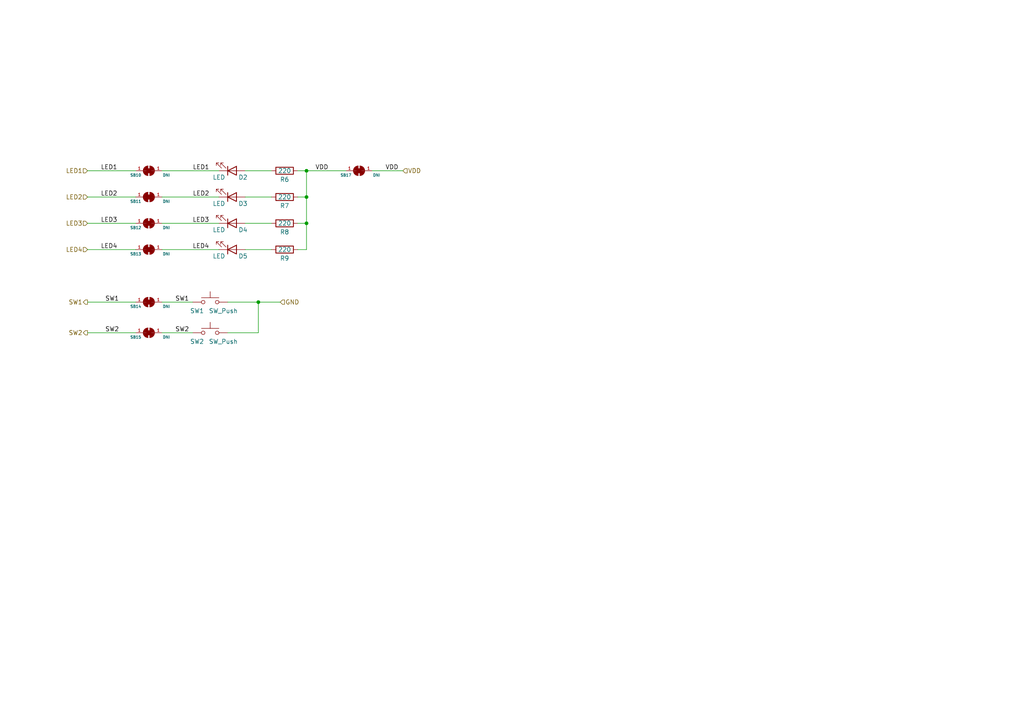
<source format=kicad_sch>
(kicad_sch (version 20211123) (generator eeschema)

  (uuid daf7b8ec-7e72-4849-9552-56793670878b)

  (paper "A4")

  (lib_symbols
    (symbol "Device:LED" (pin_numbers hide) (pin_names (offset 1.016) hide) (in_bom yes) (on_board yes)
      (property "Reference" "D" (id 0) (at 0 2.54 0)
        (effects (font (size 1.27 1.27)))
      )
      (property "Value" "LED" (id 1) (at 0 -2.54 0)
        (effects (font (size 1.27 1.27)))
      )
      (property "Footprint" "" (id 2) (at 0 0 0)
        (effects (font (size 1.27 1.27)) hide)
      )
      (property "Datasheet" "~" (id 3) (at 0 0 0)
        (effects (font (size 1.27 1.27)) hide)
      )
      (property "ki_keywords" "LED diode" (id 4) (at 0 0 0)
        (effects (font (size 1.27 1.27)) hide)
      )
      (property "ki_description" "Light emitting diode" (id 5) (at 0 0 0)
        (effects (font (size 1.27 1.27)) hide)
      )
      (property "ki_fp_filters" "LED* LED_SMD:* LED_THT:*" (id 6) (at 0 0 0)
        (effects (font (size 1.27 1.27)) hide)
      )
      (symbol "LED_0_1"
        (polyline
          (pts
            (xy -1.27 -1.27)
            (xy -1.27 1.27)
          )
          (stroke (width 0.254) (type default) (color 0 0 0 0))
          (fill (type none))
        )
        (polyline
          (pts
            (xy -1.27 0)
            (xy 1.27 0)
          )
          (stroke (width 0) (type default) (color 0 0 0 0))
          (fill (type none))
        )
        (polyline
          (pts
            (xy 1.27 -1.27)
            (xy 1.27 1.27)
            (xy -1.27 0)
            (xy 1.27 -1.27)
          )
          (stroke (width 0.254) (type default) (color 0 0 0 0))
          (fill (type none))
        )
        (polyline
          (pts
            (xy -3.048 -0.762)
            (xy -4.572 -2.286)
            (xy -3.81 -2.286)
            (xy -4.572 -2.286)
            (xy -4.572 -1.524)
          )
          (stroke (width 0) (type default) (color 0 0 0 0))
          (fill (type none))
        )
        (polyline
          (pts
            (xy -1.778 -0.762)
            (xy -3.302 -2.286)
            (xy -2.54 -2.286)
            (xy -3.302 -2.286)
            (xy -3.302 -1.524)
          )
          (stroke (width 0) (type default) (color 0 0 0 0))
          (fill (type none))
        )
      )
      (symbol "LED_1_1"
        (pin passive line (at -3.81 0 0) (length 2.54)
          (name "K" (effects (font (size 1.27 1.27))))
          (number "1" (effects (font (size 1.27 1.27))))
        )
        (pin passive line (at 3.81 0 180) (length 2.54)
          (name "A" (effects (font (size 1.27 1.27))))
          (number "2" (effects (font (size 1.27 1.27))))
        )
      )
    )
    (symbol "Device:R" (pin_numbers hide) (pin_names (offset 0)) (in_bom yes) (on_board yes)
      (property "Reference" "R" (id 0) (at 2.032 0 90)
        (effects (font (size 1.27 1.27)))
      )
      (property "Value" "R" (id 1) (at 0 0 90)
        (effects (font (size 1.27 1.27)))
      )
      (property "Footprint" "" (id 2) (at -1.778 0 90)
        (effects (font (size 1.27 1.27)) hide)
      )
      (property "Datasheet" "~" (id 3) (at 0 0 0)
        (effects (font (size 1.27 1.27)) hide)
      )
      (property "ki_keywords" "R res resistor" (id 4) (at 0 0 0)
        (effects (font (size 1.27 1.27)) hide)
      )
      (property "ki_description" "Resistor" (id 5) (at 0 0 0)
        (effects (font (size 1.27 1.27)) hide)
      )
      (property "ki_fp_filters" "R_*" (id 6) (at 0 0 0)
        (effects (font (size 1.27 1.27)) hide)
      )
      (symbol "R_0_1"
        (rectangle (start -1.016 -2.54) (end 1.016 2.54)
          (stroke (width 0.254) (type default) (color 0 0 0 0))
          (fill (type none))
        )
      )
      (symbol "R_1_1"
        (pin passive line (at 0 3.81 270) (length 1.27)
          (name "~" (effects (font (size 1.27 1.27))))
          (number "1" (effects (font (size 1.27 1.27))))
        )
        (pin passive line (at 0 -3.81 90) (length 1.27)
          (name "~" (effects (font (size 1.27 1.27))))
          (number "2" (effects (font (size 1.27 1.27))))
        )
      )
    )
    (symbol "MCU_Nordic_Custom:SB_SHORT" (in_bom yes) (on_board yes)
      (property "Reference" "SB" (id 0) (at 0 3.175 0)
        (effects (font (size 0.8 0.8)))
      )
      (property "Value" "SB_SHORT" (id 1) (at 0 -3.048 0)
        (effects (font (size 0.8 0.8)))
      )
      (property "Footprint" "" (id 2) (at -1.524 0 0)
        (effects (font (size 1.27 1.27)) hide)
      )
      (property "Datasheet" "" (id 3) (at -1.524 0 0)
        (effects (font (size 1.27 1.27)) hide)
      )
      (symbol "SB_SHORT_0_1"
        (arc (start -1.6566 0) (mid -1.2466 -0.987) (end -0.2596 -1.397)
          (stroke (width 0.1524) (type default) (color 0 0 0 0))
          (fill (type outline))
        )
        (rectangle (start -0.635 0.635) (end 0.635 -0.635)
          (stroke (width 0) (type default) (color 0 0 0 0))
          (fill (type outline))
        )
        (arc (start -0.2568 1.3998) (mid -1.2438 0.9898) (end -1.6538 0.0028)
          (stroke (width 0.1524) (type default) (color 0 0 0 0))
          (fill (type outline))
        )
        (polyline
          (pts
            (xy -0.2568 -1.3942)
            (xy -0.2568 1.3998)
          )
          (stroke (width 0.1524) (type default) (color 0 0 0 0))
          (fill (type none))
        )
        (polyline
          (pts
            (xy 0.254 -1.397)
            (xy 0.254 1.397)
          )
          (stroke (width 0.1524) (type default) (color 0 0 0 0))
          (fill (type none))
        )
        (arc (start 0.2568 -1.3998) (mid 1.2438 -0.9898) (end 1.6538 -0.0028)
          (stroke (width 0.1524) (type default) (color 0 0 0 0))
          (fill (type outline))
        )
        (arc (start 1.651 0) (mid 1.241 0.987) (end 0.254 1.397)
          (stroke (width 0.1524) (type default) (color 0 0 0 0))
          (fill (type outline))
        )
      )
      (symbol "SB_SHORT_1_0"
        (pin free line (at -3.81 0 0) (length 2.1)
          (name "" (effects (font (size 0.5 0.5))))
          (number "1" (effects (font (size 0.8 0.8))))
        )
        (pin free line (at 3.81 0 180) (length 2.1)
          (name "" (effects (font (size 0.5 0.5))))
          (number "1" (effects (font (size 0.8 0.8))))
        )
      )
    )
    (symbol "Switch:SW_Push" (pin_numbers hide) (pin_names (offset 1.016) hide) (in_bom yes) (on_board yes)
      (property "Reference" "SW" (id 0) (at 1.27 2.54 0)
        (effects (font (size 1.27 1.27)) (justify left))
      )
      (property "Value" "SW_Push" (id 1) (at 0 -1.524 0)
        (effects (font (size 1.27 1.27)))
      )
      (property "Footprint" "" (id 2) (at 0 5.08 0)
        (effects (font (size 1.27 1.27)) hide)
      )
      (property "Datasheet" "~" (id 3) (at 0 5.08 0)
        (effects (font (size 1.27 1.27)) hide)
      )
      (property "ki_keywords" "switch normally-open pushbutton push-button" (id 4) (at 0 0 0)
        (effects (font (size 1.27 1.27)) hide)
      )
      (property "ki_description" "Push button switch, generic, two pins" (id 5) (at 0 0 0)
        (effects (font (size 1.27 1.27)) hide)
      )
      (symbol "SW_Push_0_1"
        (circle (center -2.032 0) (radius 0.508)
          (stroke (width 0) (type default) (color 0 0 0 0))
          (fill (type none))
        )
        (polyline
          (pts
            (xy 0 1.27)
            (xy 0 3.048)
          )
          (stroke (width 0) (type default) (color 0 0 0 0))
          (fill (type none))
        )
        (polyline
          (pts
            (xy 2.54 1.27)
            (xy -2.54 1.27)
          )
          (stroke (width 0) (type default) (color 0 0 0 0))
          (fill (type none))
        )
        (circle (center 2.032 0) (radius 0.508)
          (stroke (width 0) (type default) (color 0 0 0 0))
          (fill (type none))
        )
        (pin passive line (at -5.08 0 0) (length 2.54)
          (name "1" (effects (font (size 1.27 1.27))))
          (number "1" (effects (font (size 1.27 1.27))))
        )
        (pin passive line (at 5.08 0 180) (length 2.54)
          (name "2" (effects (font (size 1.27 1.27))))
          (number "2" (effects (font (size 1.27 1.27))))
        )
      )
    )
  )

  (junction (at 88.9 57.15) (diameter 0) (color 0 0 0 0)
    (uuid 1bc5347d-85c6-40b2-9ee7-6b9e92b99737)
  )
  (junction (at 74.93 87.63) (diameter 0) (color 0 0 0 0)
    (uuid 6256937b-dc5b-4d2b-a648-4582d43e8cc8)
  )
  (junction (at 88.9 49.53) (diameter 0) (color 0 0 0 0)
    (uuid 69df15d6-0103-4ca0-8aa3-fb832426d0db)
  )
  (junction (at 88.9 64.77) (diameter 0) (color 0 0 0 0)
    (uuid a62c5a04-d6a1-4fec-ac19-d1ce76152c5e)
  )

  (wire (pts (xy 46.99 72.39) (xy 63.5 72.39))
    (stroke (width 0) (type default) (color 0 0 0 0))
    (uuid 01bbbe3f-0977-43ec-a50a-6b55c8c353ab)
  )
  (wire (pts (xy 86.36 64.77) (xy 88.9 64.77))
    (stroke (width 0) (type default) (color 0 0 0 0))
    (uuid 03ec4134-fe08-4f2c-8d86-93aff11c1365)
  )
  (wire (pts (xy 46.99 96.52) (xy 55.88 96.52))
    (stroke (width 0) (type default) (color 0 0 0 0))
    (uuid 0460b59e-cd2e-4a82-a1fb-8e9d0c5ea724)
  )
  (wire (pts (xy 25.4 57.15) (xy 39.37 57.15))
    (stroke (width 0) (type default) (color 0 0 0 0))
    (uuid 18246134-e46a-484f-8302-ea5b926712ee)
  )
  (wire (pts (xy 88.9 72.39) (xy 86.36 72.39))
    (stroke (width 0) (type default) (color 0 0 0 0))
    (uuid 1e511fcf-5434-49a0-bc62-86011eff151f)
  )
  (wire (pts (xy 46.99 64.77) (xy 63.5 64.77))
    (stroke (width 0) (type default) (color 0 0 0 0))
    (uuid 20cc1652-cd0e-469a-9225-58a48e9b6b51)
  )
  (wire (pts (xy 71.12 57.15) (xy 78.74 57.15))
    (stroke (width 0) (type default) (color 0 0 0 0))
    (uuid 2b2aded0-c726-4743-b63b-2f9cfd8c9b8f)
  )
  (wire (pts (xy 71.12 72.39) (xy 78.74 72.39))
    (stroke (width 0) (type default) (color 0 0 0 0))
    (uuid 3a31321d-083a-41b2-80ec-93c8e693dca3)
  )
  (wire (pts (xy 25.4 87.63) (xy 39.37 87.63))
    (stroke (width 0) (type default) (color 0 0 0 0))
    (uuid 411159c8-c02b-41ad-850e-dfa88f0c75bd)
  )
  (wire (pts (xy 88.9 57.15) (xy 88.9 64.77))
    (stroke (width 0) (type default) (color 0 0 0 0))
    (uuid 4ea983f2-77d8-41f5-9665-31581590864d)
  )
  (wire (pts (xy 86.36 49.53) (xy 88.9 49.53))
    (stroke (width 0) (type default) (color 0 0 0 0))
    (uuid 54a61c94-19df-4388-9e5e-43672d0e390e)
  )
  (wire (pts (xy 66.04 87.63) (xy 74.93 87.63))
    (stroke (width 0) (type default) (color 0 0 0 0))
    (uuid 63bdf715-0d79-4664-85ce-0980980d1c6a)
  )
  (wire (pts (xy 71.12 49.53) (xy 78.74 49.53))
    (stroke (width 0) (type default) (color 0 0 0 0))
    (uuid 66ff1d1a-ce4f-4173-b800-47c5619674af)
  )
  (wire (pts (xy 66.04 96.52) (xy 74.93 96.52))
    (stroke (width 0) (type default) (color 0 0 0 0))
    (uuid 6aa2b36c-c06c-4e6e-910b-f1d002c87bc0)
  )
  (wire (pts (xy 107.95 49.53) (xy 116.84 49.53))
    (stroke (width 0) (type default) (color 0 0 0 0))
    (uuid 89f865fa-c5e7-4021-ad85-a5abdf46a121)
  )
  (wire (pts (xy 88.9 49.53) (xy 100.33 49.53))
    (stroke (width 0) (type default) (color 0 0 0 0))
    (uuid 9fbe2f5f-c02f-42f5-8f82-9bfa881a6421)
  )
  (wire (pts (xy 74.93 87.63) (xy 74.93 96.52))
    (stroke (width 0) (type default) (color 0 0 0 0))
    (uuid a09f7949-288c-4362-8584-2e60584360b8)
  )
  (wire (pts (xy 88.9 64.77) (xy 88.9 72.39))
    (stroke (width 0) (type default) (color 0 0 0 0))
    (uuid a0eb4503-1249-4981-b55f-738932115d48)
  )
  (wire (pts (xy 88.9 49.53) (xy 88.9 57.15))
    (stroke (width 0) (type default) (color 0 0 0 0))
    (uuid aa5c152d-7ebd-465b-9383-45a1e780caf7)
  )
  (wire (pts (xy 46.99 49.53) (xy 63.5 49.53))
    (stroke (width 0) (type default) (color 0 0 0 0))
    (uuid ad73368f-624d-4e30-b7ab-e4add3ccd24c)
  )
  (wire (pts (xy 25.4 72.39) (xy 39.37 72.39))
    (stroke (width 0) (type default) (color 0 0 0 0))
    (uuid b71906ec-f9ed-43bb-9aee-01febf705241)
  )
  (wire (pts (xy 25.4 96.52) (xy 39.37 96.52))
    (stroke (width 0) (type default) (color 0 0 0 0))
    (uuid c45b65e9-062d-4bc9-89da-dd67133df4dd)
  )
  (wire (pts (xy 25.4 49.53) (xy 39.37 49.53))
    (stroke (width 0) (type default) (color 0 0 0 0))
    (uuid cb82aae0-d766-4273-bc62-6a0592c4be7b)
  )
  (wire (pts (xy 46.99 87.63) (xy 55.88 87.63))
    (stroke (width 0) (type default) (color 0 0 0 0))
    (uuid d199de30-864a-4279-80b5-26e96bc20ca7)
  )
  (wire (pts (xy 71.12 64.77) (xy 78.74 64.77))
    (stroke (width 0) (type default) (color 0 0 0 0))
    (uuid d356eef1-bf0b-4e55-b664-34ef71390f35)
  )
  (wire (pts (xy 74.93 87.63) (xy 81.28 87.63))
    (stroke (width 0) (type default) (color 0 0 0 0))
    (uuid e653707b-baf7-402a-8074-d9fa39907ab4)
  )
  (wire (pts (xy 46.99 57.15) (xy 63.5 57.15))
    (stroke (width 0) (type default) (color 0 0 0 0))
    (uuid ed2cefad-78ce-4236-b93c-e3d8d6fd4433)
  )
  (wire (pts (xy 86.36 57.15) (xy 88.9 57.15))
    (stroke (width 0) (type default) (color 0 0 0 0))
    (uuid efa4fa83-e154-4feb-8823-0144c4836d67)
  )
  (wire (pts (xy 25.4 64.77) (xy 39.37 64.77))
    (stroke (width 0) (type default) (color 0 0 0 0))
    (uuid f0c6d8ac-74e0-40b2-99bf-6e5e472c9c17)
  )

  (label "LED4" (at 55.837 72.39 0)
    (effects (font (size 1.27 1.27)) (justify left bottom))
    (uuid 23dedf51-03c8-4da5-aaa0-091efe8ae3e4)
  )
  (label "LED1" (at 29.21 49.53 0)
    (effects (font (size 1.27 1.27)) (justify left bottom))
    (uuid 2711edd4-b104-4bc6-8876-6544a2196b2e)
  )
  (label "VDD" (at 111.76 49.53 0)
    (effects (font (size 1.27 1.27)) (justify left bottom))
    (uuid 2f4e9766-f738-46e4-81bc-2c38e9c6dfed)
  )
  (label "LED3" (at 55.837 64.77 0)
    (effects (font (size 1.27 1.27)) (justify left bottom))
    (uuid 448ab746-567d-4326-acdd-2de26c5baf2a)
  )
  (label "SW2" (at 30.48 96.52 0)
    (effects (font (size 1.27 1.27)) (justify left bottom))
    (uuid 544998f4-9647-4908-86eb-d07a6db6730a)
  )
  (label "LED2" (at 29.21 57.15 0)
    (effects (font (size 1.27 1.27)) (justify left bottom))
    (uuid 54f9e3cd-c5a2-43d2-b7e6-9fbd1ea0b51b)
  )
  (label "SW1" (at 30.48 87.63 0)
    (effects (font (size 1.27 1.27)) (justify left bottom))
    (uuid 5e276aec-de45-4d56-932b-ffc92525fd3c)
  )
  (label "SW2" (at 50.8 96.52 0)
    (effects (font (size 1.27 1.27)) (justify left bottom))
    (uuid 6c68e5ab-22da-43cd-b9aa-c3493ab37b94)
  )
  (label "LED1" (at 55.88 49.53 0)
    (effects (font (size 1.27 1.27)) (justify left bottom))
    (uuid 81896f91-a20b-49d8-9254-bec4b5c51f71)
  )
  (label "LED4" (at 29.21 72.39 0)
    (effects (font (size 1.27 1.27)) (justify left bottom))
    (uuid 8d387444-f497-4a8e-9d16-3a38cc3cdf2d)
  )
  (label "LED2" (at 55.88 57.15 0)
    (effects (font (size 1.27 1.27)) (justify left bottom))
    (uuid b66e2d91-87b9-4877-aea9-2b6640b8f671)
  )
  (label "LED3" (at 29.21 64.77 0)
    (effects (font (size 1.27 1.27)) (justify left bottom))
    (uuid cce36eb3-607a-4aa7-90de-72265de726d3)
  )
  (label "VDD" (at 91.44 49.53 0)
    (effects (font (size 1.27 1.27)) (justify left bottom))
    (uuid d55cb3d6-9468-469d-8951-c443c0da12d6)
  )
  (label "SW1" (at 50.8 87.63 0)
    (effects (font (size 1.27 1.27)) (justify left bottom))
    (uuid ee0c3d1e-ded4-4d16-b916-edbf4573ba99)
  )

  (hierarchical_label "LED2" (shape input) (at 25.4 57.15 180)
    (effects (font (size 1.27 1.27)) (justify right))
    (uuid 1874f6dd-0c85-47ec-b3e5-3df73c3e8080)
  )
  (hierarchical_label "VDD" (shape input) (at 116.84 49.53 0)
    (effects (font (size 1.27 1.27)) (justify left))
    (uuid 571c3a47-3c09-48dd-9c77-da9b5d2eee38)
  )
  (hierarchical_label "SW2" (shape output) (at 25.4 96.52 180)
    (effects (font (size 1.27 1.27)) (justify right))
    (uuid 6de3d6d5-7afa-4b59-84b7-fd5cfdc42bcf)
  )
  (hierarchical_label "GND" (shape input) (at 81.28 87.63 0)
    (effects (font (size 1.27 1.27)) (justify left))
    (uuid 6de4473b-7cf1-4e0d-84ed-8c19e3cb5032)
  )
  (hierarchical_label "SW1" (shape output) (at 25.4 87.63 180)
    (effects (font (size 1.27 1.27)) (justify right))
    (uuid b336d7f9-30e1-4728-a926-545ffe68c9c9)
  )
  (hierarchical_label "LED4" (shape input) (at 25.4 72.39 180)
    (effects (font (size 1.27 1.27)) (justify right))
    (uuid b8028f3c-ac9e-431f-9ff0-66824b8cd594)
  )
  (hierarchical_label "LED1" (shape input) (at 25.4 49.53 180)
    (effects (font (size 1.27 1.27)) (justify right))
    (uuid b86efe7c-d42c-411d-86e4-d27e85a2364b)
  )
  (hierarchical_label "LED3" (shape input) (at 25.4 64.77 180)
    (effects (font (size 1.27 1.27)) (justify right))
    (uuid cfdcf2b1-8372-41c3-9a59-488d894eca82)
  )

  (symbol (lib_id "Switch:SW_Push") (at 60.96 96.52 0) (unit 1)
    (in_bom yes) (on_board yes)
    (uuid 008e37c3-cc96-456b-b182-96688a2f5715)
    (property "Reference" "SW2" (id 0) (at 57.15 99.06 0))
    (property "Value" "SW_Push" (id 1) (at 64.77 99.06 0))
    (property "Footprint" "Button_Switch_SMD:Panasonic_EVQPUK_EVQPUB" (id 2) (at 60.96 91.44 0)
      (effects (font (size 1.27 1.27)) hide)
    )
    (property "Datasheet" "~" (id 3) (at 60.96 91.44 0)
      (effects (font (size 1.27 1.27)) hide)
    )
    (pin "1" (uuid afe36491-b54c-4bcf-85fe-252d4090d028))
    (pin "2" (uuid 7fbc10e3-0453-4053-a3fe-69d2b0c2b66a))
  )

  (symbol (lib_id "MCU_Nordic_Custom:SB_SHORT") (at 104.14 49.53 0) (unit 1)
    (in_bom yes) (on_board yes)
    (uuid 2aedab97-6e60-4512-bc20-17f7b6b721a4)
    (property "Reference" "SB17" (id 0) (at 100.33 50.8 0)
      (effects (font (size 0.8 0.8)))
    )
    (property "Value" "DNI" (id 1) (at 109.22 50.8 0)
      (effects (font (size 0.8 0.8)))
    )
    (property "Footprint" "MCU_Nordic_Accessory:SB_PAD_SHORT" (id 2) (at 102.616 49.53 0)
      (effects (font (size 1.27 1.27)) hide)
    )
    (property "Datasheet" "" (id 3) (at 102.616 49.53 0)
      (effects (font (size 1.27 1.27)) hide)
    )
    (pin "1" (uuid f9965644-4ee6-4f4d-bb57-36a67029f581))
    (pin "1" (uuid f9965644-4ee6-4f4d-bb57-36a67029f581))
  )

  (symbol (lib_id "MCU_Nordic_Custom:SB_SHORT") (at 43.18 57.15 0) (unit 1)
    (in_bom yes) (on_board yes)
    (uuid 2dd192b9-92f9-4dcf-8d80-d087777cd022)
    (property "Reference" "SB11" (id 0) (at 39.37 58.42 0)
      (effects (font (size 0.8 0.8)))
    )
    (property "Value" "DNI" (id 1) (at 48.26 58.42 0)
      (effects (font (size 0.8 0.8)))
    )
    (property "Footprint" "MCU_Nordic_Accessory:SB_PAD_SHORT" (id 2) (at 41.656 57.15 0)
      (effects (font (size 1.27 1.27)) hide)
    )
    (property "Datasheet" "" (id 3) (at 41.656 57.15 0)
      (effects (font (size 1.27 1.27)) hide)
    )
    (pin "1" (uuid a45b894f-bbce-42b8-b9eb-7de40fd81e0c))
    (pin "1" (uuid a45b894f-bbce-42b8-b9eb-7de40fd81e0c))
  )

  (symbol (lib_id "MCU_Nordic_Custom:SB_SHORT") (at 43.18 49.53 0) (unit 1)
    (in_bom yes) (on_board yes)
    (uuid 4e53eb75-3341-49bc-84f3-7a43c4c4d024)
    (property "Reference" "SB10" (id 0) (at 39.37 50.8 0)
      (effects (font (size 0.8 0.8)))
    )
    (property "Value" "DNI" (id 1) (at 48.26 50.8 0)
      (effects (font (size 0.8 0.8)))
    )
    (property "Footprint" "MCU_Nordic_Accessory:SB_PAD_SHORT" (id 2) (at 41.656 49.53 0)
      (effects (font (size 1.27 1.27)) hide)
    )
    (property "Datasheet" "" (id 3) (at 41.656 49.53 0)
      (effects (font (size 1.27 1.27)) hide)
    )
    (pin "1" (uuid 9f950ce3-9757-4207-aef1-57fc0f6d43a3))
    (pin "1" (uuid 9f950ce3-9757-4207-aef1-57fc0f6d43a3))
  )

  (symbol (lib_id "Device:R") (at 82.55 64.77 90) (unit 1)
    (in_bom yes) (on_board yes)
    (uuid 7a28d260-15d1-44f1-97c4-409d795b529a)
    (property "Reference" "R8" (id 0) (at 82.55 67.31 90))
    (property "Value" "220" (id 1) (at 82.55 64.77 90))
    (property "Footprint" "MCU_Nordic_Accessory:R_0402" (id 2) (at 82.55 66.548 90)
      (effects (font (size 1.27 1.27)) hide)
    )
    (property "Datasheet" "~" (id 3) (at 82.55 64.77 0)
      (effects (font (size 1.27 1.27)) hide)
    )
    (pin "1" (uuid e51bef85-21bb-47ec-946a-05225f08bb25))
    (pin "2" (uuid 688e611c-8ea1-4862-a820-2ca840bbb638))
  )

  (symbol (lib_id "Device:LED") (at 67.31 57.15 0) (mirror x) (unit 1)
    (in_bom yes) (on_board yes)
    (uuid 9baee288-d38d-44e5-a987-20caa6639b87)
    (property "Reference" "D3" (id 0) (at 70.485 59.055 0))
    (property "Value" "LED" (id 1) (at 63.5 59.055 0))
    (property "Footprint" "LED_SMD:LED_0603_1608Metric" (id 2) (at 67.31 57.15 0)
      (effects (font (size 1.27 1.27)) hide)
    )
    (property "Datasheet" "~" (id 3) (at 67.31 57.15 0)
      (effects (font (size 1.27 1.27)) hide)
    )
    (pin "1" (uuid 7b8d40e1-c7d3-4097-b2a0-23ef1a8c892a))
    (pin "2" (uuid 94bad641-dafb-4737-835c-61dceeda5b51))
  )

  (symbol (lib_id "MCU_Nordic_Custom:SB_SHORT") (at 43.18 96.52 0) (unit 1)
    (in_bom yes) (on_board yes)
    (uuid a2f3cedb-8af4-48b2-9b20-dc74a4821b8e)
    (property "Reference" "SB15" (id 0) (at 39.37 97.79 0)
      (effects (font (size 0.8 0.8)))
    )
    (property "Value" "DNI" (id 1) (at 48.26 97.79 0)
      (effects (font (size 0.8 0.8)))
    )
    (property "Footprint" "MCU_Nordic_Accessory:SB_PAD_SHORT" (id 2) (at 41.656 96.52 0)
      (effects (font (size 1.27 1.27)) hide)
    )
    (property "Datasheet" "" (id 3) (at 41.656 96.52 0)
      (effects (font (size 1.27 1.27)) hide)
    )
    (pin "1" (uuid 656917e8-e9c9-47ea-a221-e197f3c6d0ad))
    (pin "1" (uuid 656917e8-e9c9-47ea-a221-e197f3c6d0ad))
  )

  (symbol (lib_id "Device:LED") (at 67.31 72.39 0) (mirror x) (unit 1)
    (in_bom yes) (on_board yes)
    (uuid ab3df288-ebd9-4f14-aceb-bb73716dd167)
    (property "Reference" "D5" (id 0) (at 70.485 74.295 0))
    (property "Value" "LED" (id 1) (at 63.5 74.295 0))
    (property "Footprint" "LED_SMD:LED_0603_1608Metric" (id 2) (at 67.31 72.39 0)
      (effects (font (size 1.27 1.27)) hide)
    )
    (property "Datasheet" "~" (id 3) (at 67.31 72.39 0)
      (effects (font (size 1.27 1.27)) hide)
    )
    (pin "1" (uuid cf40f97c-b8ed-4c0c-a39d-62bf9224f924))
    (pin "2" (uuid 8ffa9520-5ba4-4ac1-a18d-174b008f8b80))
  )

  (symbol (lib_id "Device:LED") (at 67.31 64.77 0) (mirror x) (unit 1)
    (in_bom yes) (on_board yes)
    (uuid b45e5d29-c730-444e-ba2b-5c322ae6ef78)
    (property "Reference" "D4" (id 0) (at 70.485 66.675 0))
    (property "Value" "LED" (id 1) (at 63.5 66.675 0))
    (property "Footprint" "LED_SMD:LED_0603_1608Metric" (id 2) (at 67.31 64.77 0)
      (effects (font (size 1.27 1.27)) hide)
    )
    (property "Datasheet" "~" (id 3) (at 67.31 64.77 0)
      (effects (font (size 1.27 1.27)) hide)
    )
    (pin "1" (uuid 21a58558-0ebd-401a-9888-12d837e5ad4c))
    (pin "2" (uuid c026dea3-3d96-4512-94b8-79a9373e38ac))
  )

  (symbol (lib_id "MCU_Nordic_Custom:SB_SHORT") (at 43.18 64.77 0) (unit 1)
    (in_bom yes) (on_board yes)
    (uuid bebe35ce-6dcc-430a-a642-6527cf2da3c0)
    (property "Reference" "SB12" (id 0) (at 39.37 66.04 0)
      (effects (font (size 0.8 0.8)))
    )
    (property "Value" "DNI" (id 1) (at 48.26 66.04 0)
      (effects (font (size 0.8 0.8)))
    )
    (property "Footprint" "MCU_Nordic_Accessory:SB_PAD_SHORT" (id 2) (at 41.656 64.77 0)
      (effects (font (size 1.27 1.27)) hide)
    )
    (property "Datasheet" "" (id 3) (at 41.656 64.77 0)
      (effects (font (size 1.27 1.27)) hide)
    )
    (pin "1" (uuid 36e66ee4-1799-4193-abef-16241114eb2e))
    (pin "1" (uuid 36e66ee4-1799-4193-abef-16241114eb2e))
  )

  (symbol (lib_id "Device:R") (at 82.55 57.15 90) (unit 1)
    (in_bom yes) (on_board yes)
    (uuid c0c8f7ec-2c5c-496f-bb43-bf319173a0d9)
    (property "Reference" "R7" (id 0) (at 82.55 59.69 90))
    (property "Value" "220" (id 1) (at 82.55 57.15 90))
    (property "Footprint" "MCU_Nordic_Accessory:R_0402" (id 2) (at 82.55 58.928 90)
      (effects (font (size 1.27 1.27)) hide)
    )
    (property "Datasheet" "~" (id 3) (at 82.55 57.15 0)
      (effects (font (size 1.27 1.27)) hide)
    )
    (pin "1" (uuid 65ddc0aa-87c4-4f96-9a22-e4a85782013d))
    (pin "2" (uuid 24043ef6-8093-40a5-b5ff-d859b750d98d))
  )

  (symbol (lib_id "MCU_Nordic_Custom:SB_SHORT") (at 43.18 72.39 0) (unit 1)
    (in_bom yes) (on_board yes)
    (uuid ca704d11-562e-46b7-82f7-e131a1da451d)
    (property "Reference" "SB13" (id 0) (at 39.37 73.66 0)
      (effects (font (size 0.8 0.8)))
    )
    (property "Value" "DNI" (id 1) (at 48.26 73.66 0)
      (effects (font (size 0.8 0.8)))
    )
    (property "Footprint" "MCU_Nordic_Accessory:SB_PAD_SHORT" (id 2) (at 41.656 72.39 0)
      (effects (font (size 1.27 1.27)) hide)
    )
    (property "Datasheet" "" (id 3) (at 41.656 72.39 0)
      (effects (font (size 1.27 1.27)) hide)
    )
    (pin "1" (uuid 2b6613df-6cc8-4f1d-a87e-89d50d3def77))
    (pin "1" (uuid 2b6613df-6cc8-4f1d-a87e-89d50d3def77))
  )

  (symbol (lib_id "Switch:SW_Push") (at 60.96 87.63 0) (unit 1)
    (in_bom yes) (on_board yes)
    (uuid e2d19c62-9ccb-4a75-96b9-c8aca95a8792)
    (property "Reference" "SW1" (id 0) (at 57.15 90.17 0))
    (property "Value" "SW_Push" (id 1) (at 64.77 90.17 0))
    (property "Footprint" "Button_Switch_SMD:Panasonic_EVQPUK_EVQPUB" (id 2) (at 60.96 82.55 0)
      (effects (font (size 1.27 1.27)) hide)
    )
    (property "Datasheet" "~" (id 3) (at 60.96 82.55 0)
      (effects (font (size 1.27 1.27)) hide)
    )
    (pin "1" (uuid 4d8b9a01-0806-41de-a5a6-7cfe5bc684f0))
    (pin "2" (uuid 2baf505e-9f00-4640-b75e-903469be7980))
  )

  (symbol (lib_id "Device:R") (at 82.55 72.39 90) (unit 1)
    (in_bom yes) (on_board yes)
    (uuid e3130887-02b6-4c53-ac0e-c0cf4ea438ba)
    (property "Reference" "R9" (id 0) (at 82.55 74.93 90))
    (property "Value" "220" (id 1) (at 82.55 72.39 90))
    (property "Footprint" "MCU_Nordic_Accessory:R_0402" (id 2) (at 82.55 74.168 90)
      (effects (font (size 1.27 1.27)) hide)
    )
    (property "Datasheet" "~" (id 3) (at 82.55 72.39 0)
      (effects (font (size 1.27 1.27)) hide)
    )
    (pin "1" (uuid ac6a92cb-9697-40a5-aa6f-cce6a7537859))
    (pin "2" (uuid 81da19e6-17e3-4b79-8f52-8aa307ffcfbe))
  )

  (symbol (lib_id "Device:R") (at 82.55 49.53 90) (unit 1)
    (in_bom yes) (on_board yes)
    (uuid e5b940cc-73c8-48d9-a894-07d619db9382)
    (property "Reference" "R6" (id 0) (at 82.55 52.07 90))
    (property "Value" "220" (id 1) (at 82.55 49.53 90))
    (property "Footprint" "MCU_Nordic_Accessory:R_0402" (id 2) (at 82.55 51.308 90)
      (effects (font (size 1.27 1.27)) hide)
    )
    (property "Datasheet" "~" (id 3) (at 82.55 49.53 0)
      (effects (font (size 1.27 1.27)) hide)
    )
    (pin "1" (uuid 523ff304-3fba-4fd1-b286-7c9abcc24a8d))
    (pin "2" (uuid 1ab8d0b5-ea52-492f-b81c-1d4d93a7f011))
  )

  (symbol (lib_id "Device:LED") (at 67.31 49.53 0) (mirror x) (unit 1)
    (in_bom yes) (on_board yes)
    (uuid ea6b98e2-a2ec-4613-9464-fbb4b8668dde)
    (property "Reference" "D2" (id 0) (at 70.485 51.435 0))
    (property "Value" "LED" (id 1) (at 63.5 51.435 0))
    (property "Footprint" "LED_SMD:LED_0603_1608Metric" (id 2) (at 67.31 49.53 0)
      (effects (font (size 1.27 1.27)) hide)
    )
    (property "Datasheet" "~" (id 3) (at 67.31 49.53 0)
      (effects (font (size 1.27 1.27)) hide)
    )
    (pin "1" (uuid 4710b798-1e70-479f-a9cf-8924483eb95b))
    (pin "2" (uuid b710020c-0f3a-4776-a938-eddc58b26b95))
  )

  (symbol (lib_id "MCU_Nordic_Custom:SB_SHORT") (at 43.18 87.63 0) (unit 1)
    (in_bom yes) (on_board yes)
    (uuid f8b7f2ce-6019-4aa1-87cc-56f3def5f1fe)
    (property "Reference" "SB14" (id 0) (at 39.37 88.9 0)
      (effects (font (size 0.8 0.8)))
    )
    (property "Value" "DNI" (id 1) (at 48.26 88.9 0)
      (effects (font (size 0.8 0.8)))
    )
    (property "Footprint" "MCU_Nordic_Accessory:SB_PAD_SHORT" (id 2) (at 41.656 87.63 0)
      (effects (font (size 1.27 1.27)) hide)
    )
    (property "Datasheet" "" (id 3) (at 41.656 87.63 0)
      (effects (font (size 1.27 1.27)) hide)
    )
    (pin "1" (uuid 55ef8284-e2cd-474d-972e-bc27de1a3d02))
    (pin "1" (uuid 55ef8284-e2cd-474d-972e-bc27de1a3d02))
  )
)

</source>
